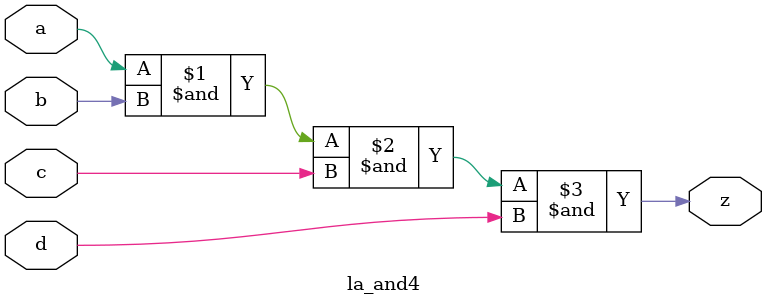
<source format=v>

module la_and4 #(parameter PROP = "DEFAULT")  (
   input  a,
   input  b,
   input  c,
   input  d,
   output z
   );

   assign z = a & b & c & d;

endmodule

</source>
